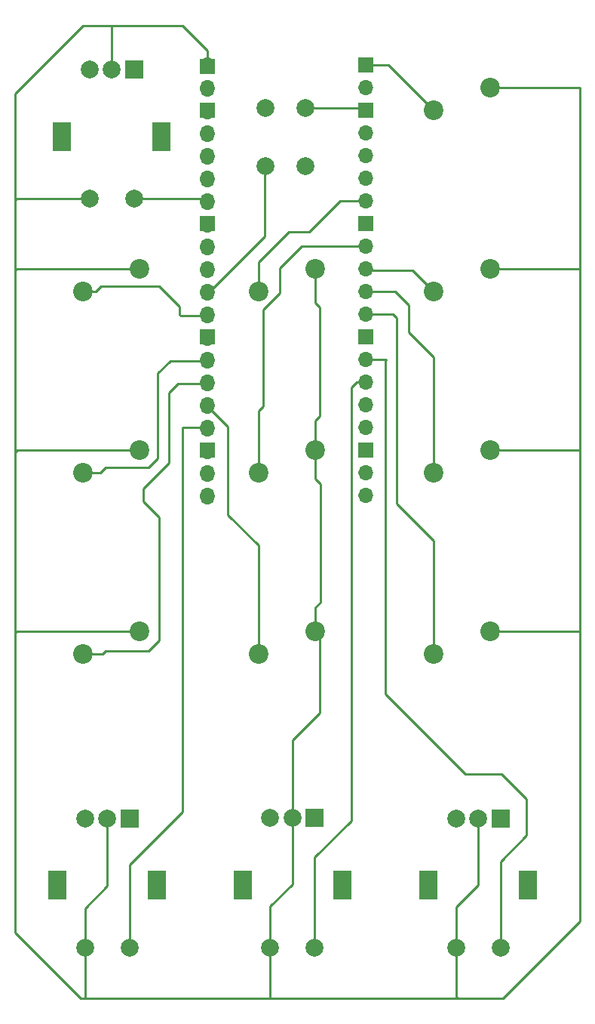
<source format=gbr>
%TF.GenerationSoftware,KiCad,Pcbnew,(5.1.10)-1*%
%TF.CreationDate,2022-09-07T09:40:49-04:00*%
%TF.ProjectId,BlenderMacroBoardPCB,426c656e-6465-4724-9d61-63726f426f61,rev?*%
%TF.SameCoordinates,Original*%
%TF.FileFunction,Copper,L1,Top*%
%TF.FilePolarity,Positive*%
%FSLAX46Y46*%
G04 Gerber Fmt 4.6, Leading zero omitted, Abs format (unit mm)*
G04 Created by KiCad (PCBNEW (5.1.10)-1) date 2022-09-07 09:40:49*
%MOMM*%
%LPD*%
G01*
G04 APERTURE LIST*
%TA.AperFunction,ComponentPad*%
%ADD10C,2.000000*%
%TD*%
%TA.AperFunction,ComponentPad*%
%ADD11O,1.700000X1.700000*%
%TD*%
%TA.AperFunction,ComponentPad*%
%ADD12R,1.700000X1.700000*%
%TD*%
%TA.AperFunction,ComponentPad*%
%ADD13C,2.200000*%
%TD*%
%TA.AperFunction,ComponentPad*%
%ADD14R,2.000000X2.000000*%
%TD*%
%TA.AperFunction,ComponentPad*%
%ADD15R,2.000000X3.200000*%
%TD*%
%TA.AperFunction,Conductor*%
%ADD16C,0.250000*%
%TD*%
G04 APERTURE END LIST*
D10*
%TO.P,Reset,1*%
%TO.N,N/C*%
X147447000Y-49888000D03*
%TO.P,Reset,2*%
X151947000Y-49888000D03*
%TO.P,Reset,1*%
X147447000Y-56388000D03*
%TO.P,Reset,2*%
X151947000Y-56388000D03*
%TD*%
D11*
%TO.P,Pico,40*%
%TO.N,N/C*%
X140970000Y-45085000D03*
%TO.P,Pico,39*%
X140970000Y-47625000D03*
D12*
%TO.P,Pico,38*%
X140970000Y-50165000D03*
D11*
%TO.P,Pico,37*%
X140970000Y-52705000D03*
%TO.P,Pico,36*%
X140970000Y-55245000D03*
%TO.P,Pico,35*%
X140970000Y-57785000D03*
%TO.P,Pico,34*%
X140970000Y-60325000D03*
D12*
%TO.P,Pico,33*%
X140970000Y-62865000D03*
D11*
%TO.P,Pico,32*%
X140970000Y-65405000D03*
%TO.P,Pico,31*%
X140970000Y-67945000D03*
%TO.P,Pico,30*%
X140970000Y-70485000D03*
%TO.P,Pico,29*%
X140970000Y-73025000D03*
D12*
%TO.P,Pico,28*%
X140970000Y-75565000D03*
D11*
%TO.P,Pico,27*%
X140970000Y-78105000D03*
%TO.P,Pico,26*%
X140970000Y-80645000D03*
%TO.P,Pico,25*%
X140970000Y-83185000D03*
%TO.P,Pico,24*%
X140970000Y-85725000D03*
D12*
%TO.P,Pico,23*%
X140970000Y-88265000D03*
D11*
%TO.P,Pico,22*%
X140970000Y-90805000D03*
%TO.P,Pico,21*%
X140970000Y-93345000D03*
%TO.P,Pico,20*%
X158750000Y-93345000D03*
%TO.P,Pico,19*%
X158750000Y-90805000D03*
D12*
%TO.P,Pico,18*%
X158750000Y-88265000D03*
D11*
%TO.P,Pico,17*%
X158750000Y-85725000D03*
%TO.P,Pico,16*%
X158750000Y-83185000D03*
%TO.P,Pico,15*%
X158750000Y-80645000D03*
%TO.P,Pico,14*%
X158750000Y-78105000D03*
D12*
%TO.P,Pico,13*%
X158750000Y-75565000D03*
D11*
%TO.P,Pico,12*%
X158750000Y-73025000D03*
%TO.P,Pico,11*%
X158750000Y-70485000D03*
%TO.P,Pico,10*%
X158750000Y-67945000D03*
%TO.P,Pico,9*%
X158750000Y-65405000D03*
D12*
%TO.P,Pico,8*%
X158750000Y-62865000D03*
D11*
%TO.P,Pico,7*%
X158750000Y-60325000D03*
%TO.P,Pico,6*%
X158750000Y-57785000D03*
%TO.P,Pico,5*%
X158750000Y-55245000D03*
%TO.P,Pico,4*%
X158750000Y-52705000D03*
D12*
%TO.P,Pico,3*%
X158750000Y-50165000D03*
D11*
%TO.P,Pico,2*%
X158750000Y-47625000D03*
%TO.P,Pico,1*%
X158750000Y-45085000D03*
%TD*%
D13*
%TO.P,Button9,2*%
%TO.N,N/C*%
X166370000Y-111125000D03*
%TO.P,Button9,1*%
X172720000Y-108585000D03*
%TD*%
D11*
%TO.P,Pin Header,20*%
%TO.N,N/C*%
X140970000Y-93472000D03*
%TO.P,Pin Header,19*%
X140970000Y-90932000D03*
%TO.P,Pin Header,18*%
X140970000Y-88392000D03*
%TO.P,Pin Header,17*%
X140970000Y-85852000D03*
%TO.P,Pin Header,16*%
X140970000Y-83312000D03*
%TO.P,Pin Header,15*%
X140970000Y-80772000D03*
%TO.P,Pin Header,14*%
X140970000Y-78232000D03*
%TO.P,Pin Header,13*%
X140970000Y-75692000D03*
%TO.P,Pin Header,12*%
X140970000Y-73152000D03*
%TO.P,Pin Header,11*%
X140970000Y-70612000D03*
%TO.P,Pin Header,10*%
X140970000Y-68072000D03*
%TO.P,Pin Header,9*%
X140970000Y-65532000D03*
%TO.P,Pin Header,8*%
X140970000Y-62992000D03*
%TO.P,Pin Header,7*%
X140970000Y-60452000D03*
%TO.P,Pin Header,6*%
X140970000Y-57912000D03*
%TO.P,Pin Header,5*%
X140970000Y-55372000D03*
%TO.P,Pin Header,4*%
X140970000Y-52832000D03*
%TO.P,Pin Header,3*%
X140970000Y-50292000D03*
%TO.P,Pin Header,2*%
X140970000Y-47752000D03*
D12*
%TO.P,Pin Header,1*%
X140970000Y-45212000D03*
%TD*%
D13*
%TO.P,Button3,2*%
%TO.N,N/C*%
X166370000Y-70485000D03*
%TO.P,Button3,1*%
X172720000Y-67945000D03*
%TD*%
%TO.P,Button6,1*%
%TO.N,N/C*%
X172720000Y-88265000D03*
%TO.P,Button6,2*%
X166370000Y-90805000D03*
%TD*%
D12*
%TO.P,Pin Header,1*%
%TO.N,N/C*%
X158750000Y-45085000D03*
D11*
%TO.P,Pin Header,2*%
X158750000Y-47625000D03*
%TO.P,Pin Header,3*%
X158750000Y-50165000D03*
%TO.P,Pin Header,4*%
X158750000Y-52705000D03*
%TO.P,Pin Header,5*%
X158750000Y-55245000D03*
%TO.P,Pin Header,6*%
X158750000Y-57785000D03*
%TO.P,Pin Header,7*%
X158750000Y-60325000D03*
%TO.P,Pin Header,8*%
X158750000Y-62865000D03*
%TO.P,Pin Header,9*%
X158750000Y-65405000D03*
%TO.P,Pin Header,10*%
X158750000Y-67945000D03*
%TO.P,Pin Header,11*%
X158750000Y-70485000D03*
%TO.P,Pin Header,12*%
X158750000Y-73025000D03*
%TO.P,Pin Header,13*%
X158750000Y-75565000D03*
%TO.P,Pin Header,14*%
X158750000Y-78105000D03*
%TO.P,Pin Header,15*%
X158750000Y-80645000D03*
%TO.P,Pin Header,16*%
X158750000Y-83185000D03*
%TO.P,Pin Header,17*%
X158750000Y-85725000D03*
%TO.P,Pin Header,18*%
X158750000Y-88265000D03*
%TO.P,Pin Header,19*%
X158750000Y-90805000D03*
%TO.P,Pin Header,20*%
X158750000Y-93345000D03*
%TD*%
D13*
%TO.P,Button0,1*%
%TO.N,N/C*%
X172720000Y-47625000D03*
%TO.P,Button0,2*%
X166370000Y-50165000D03*
%TD*%
%TO.P,Button4,2*%
%TO.N,N/C*%
X127000000Y-90805000D03*
%TO.P,Button4,1*%
X133350000Y-88265000D03*
%TD*%
%TO.P,Button1,2*%
%TO.N,N/C*%
X127000000Y-70485000D03*
%TO.P,Button1,1*%
X133350000Y-67945000D03*
%TD*%
%TO.P,Button5,2*%
%TO.N,N/C*%
X146685000Y-90805000D03*
%TO.P,Button5,1*%
X153035000Y-88265000D03*
%TD*%
D14*
%TO.P,Rotary 0,A*%
%TO.N,N/C*%
X132715000Y-45593000D03*
D10*
%TO.P,Rotary 0,C*%
X130215000Y-45593000D03*
%TO.P,Rotary 0,B*%
X127715000Y-45593000D03*
D15*
%TO.P,Rotary 0,MP*%
X135815000Y-53093000D03*
X124615000Y-53093000D03*
D10*
%TO.P,Rotary 0,S2*%
X132715000Y-60093000D03*
%TO.P,Rotary 0,S1*%
X127715000Y-60093000D03*
%TD*%
D13*
%TO.P,Button2,1*%
%TO.N,N/C*%
X153035000Y-67945000D03*
%TO.P,Button2,2*%
X146685000Y-70485000D03*
%TD*%
D14*
%TO.P,Rotary 1,A*%
%TO.N,N/C*%
X132207000Y-129540000D03*
D10*
%TO.P,Rotary 1,C*%
X129707000Y-129540000D03*
%TO.P,Rotary 1,B*%
X127207000Y-129540000D03*
D15*
%TO.P,Rotary 1,MP*%
X135307000Y-137040000D03*
X124107000Y-137040000D03*
D10*
%TO.P,Rotary 1,S2*%
X132207000Y-144040000D03*
%TO.P,Rotary 1,S1*%
X127207000Y-144040000D03*
%TD*%
D14*
%TO.P,Rotary 3,A*%
%TO.N,N/C*%
X173863000Y-129540000D03*
D10*
%TO.P,Rotary 3,C*%
X171363000Y-129540000D03*
%TO.P,Rotary 3,B*%
X168863000Y-129540000D03*
D15*
%TO.P,Rotary 3,MP*%
X176963000Y-137040000D03*
X165763000Y-137040000D03*
D10*
%TO.P,Rotary 3,S2*%
X173863000Y-144040000D03*
%TO.P,Rotary 3,S1*%
X168863000Y-144040000D03*
%TD*%
D13*
%TO.P,Button7,2*%
%TO.N,N/C*%
X127000000Y-111125000D03*
%TO.P,Button7,1*%
X133350000Y-108585000D03*
%TD*%
%TO.P,Button8,1*%
%TO.N,N/C*%
X153035000Y-108585000D03*
%TO.P,Button8,2*%
X146685000Y-111125000D03*
%TD*%
D10*
%TO.P,Rotary 2,S1*%
%TO.N,N/C*%
X147993082Y-144016945D03*
%TO.P,Rotary 2,S2*%
X152993082Y-144016945D03*
D15*
%TO.P,Rotary 2,MP*%
X144893082Y-137016945D03*
X156093082Y-137016945D03*
D10*
%TO.P,Rotary 2,B*%
X147993082Y-129516945D03*
%TO.P,Rotary 2,C*%
X150493082Y-129516945D03*
D14*
%TO.P,Rotary 2,A*%
X152993082Y-129516945D03*
%TD*%
D16*
%TO.N,*%
X140970000Y-43434000D02*
X138176000Y-40640000D01*
X140970000Y-45212000D02*
X140970000Y-43434000D01*
X172720000Y-67945000D02*
X182753000Y-67945000D01*
X172720000Y-88265000D02*
X182753000Y-88265000D01*
X182753000Y-88265000D02*
X182753000Y-67945000D01*
X182626000Y-108585000D02*
X182753000Y-108458000D01*
X172720000Y-108585000D02*
X182626000Y-108585000D01*
X182753000Y-108458000D02*
X182753000Y-88265000D01*
X168863000Y-149559000D02*
X169037000Y-149733000D01*
X168863000Y-144040000D02*
X168863000Y-149559000D01*
X147993082Y-149694918D02*
X147955000Y-149733000D01*
X147993082Y-144016945D02*
X147993082Y-149694918D01*
X147955000Y-149733000D02*
X169037000Y-149733000D01*
X127207000Y-149686000D02*
X127254000Y-149733000D01*
X127207000Y-144040000D02*
X127207000Y-149686000D01*
X119507000Y-108585000D02*
X119380000Y-108712000D01*
X133350000Y-108585000D02*
X119507000Y-108585000D01*
X119634000Y-88265000D02*
X119380000Y-88519000D01*
X133350000Y-88265000D02*
X119634000Y-88265000D01*
X119380000Y-88519000D02*
X119380000Y-108712000D01*
X119507000Y-67945000D02*
X119380000Y-68072000D01*
X133350000Y-67945000D02*
X119507000Y-67945000D01*
X119380000Y-68072000D02*
X119380000Y-88519000D01*
X119380000Y-60452000D02*
X119380000Y-68072000D01*
X153035000Y-67945000D02*
X153035000Y-71755000D01*
X153035000Y-71755000D02*
X153543000Y-72263000D01*
X153543000Y-72263000D02*
X153543000Y-84455000D01*
X153035000Y-84963000D02*
X153035000Y-88265000D01*
X153543000Y-84455000D02*
X153035000Y-84963000D01*
X153035000Y-88265000D02*
X153035000Y-91440000D01*
X153035000Y-91440000D02*
X153670000Y-92075000D01*
X153670000Y-92075000D02*
X153670000Y-105283000D01*
X153035000Y-105918000D02*
X153035000Y-108585000D01*
X153670000Y-105283000D02*
X153035000Y-105918000D01*
X127207000Y-144040000D02*
X127207000Y-139620000D01*
X129707000Y-137120000D02*
X129707000Y-129540000D01*
X127207000Y-139620000D02*
X129707000Y-137120000D01*
X147993082Y-144016945D02*
X147993082Y-139407918D01*
X150493082Y-136907918D02*
X150493082Y-129516945D01*
X147993082Y-139407918D02*
X150493082Y-136907918D01*
X168863000Y-144040000D02*
X168863000Y-139493000D01*
X171363000Y-136993000D02*
X171363000Y-129540000D01*
X168863000Y-139493000D02*
X171363000Y-136993000D01*
X161290000Y-45085000D02*
X166370000Y-50165000D01*
X158750000Y-45085000D02*
X161290000Y-45085000D01*
X153543000Y-109093000D02*
X153035000Y-108585000D01*
X150493082Y-120778918D02*
X153543000Y-117729000D01*
X153543000Y-117729000D02*
X153543000Y-109093000D01*
X150493082Y-129516945D02*
X150493082Y-120778918D01*
X130215000Y-40727000D02*
X130302000Y-40640000D01*
X130215000Y-45593000D02*
X130215000Y-40727000D01*
X138176000Y-40640000D02*
X130302000Y-40640000D01*
X140611000Y-60093000D02*
X140970000Y-60452000D01*
X132715000Y-60093000D02*
X140611000Y-60093000D01*
X127000000Y-70485000D02*
X128397000Y-70485000D01*
X128397000Y-70485000D02*
X129032000Y-69850000D01*
X129032000Y-69850000D02*
X135509000Y-69850000D01*
X135509000Y-69850000D02*
X137795000Y-72136000D01*
X137795000Y-72136000D02*
X137795000Y-73025000D01*
X137922000Y-73152000D02*
X140970000Y-73152000D01*
X137795000Y-73025000D02*
X137922000Y-73152000D01*
X127000000Y-90805000D02*
X128905000Y-90805000D01*
X128905000Y-90805000D02*
X129540000Y-90170000D01*
X129540000Y-90170000D02*
X134366000Y-90170000D01*
X134366000Y-90170000D02*
X135382000Y-89154000D01*
X135382000Y-89154000D02*
X135382000Y-79629000D01*
X136779000Y-78232000D02*
X140970000Y-78232000D01*
X135382000Y-79629000D02*
X136779000Y-78232000D01*
X143256000Y-85598000D02*
X140970000Y-83312000D01*
X143256000Y-95504000D02*
X143256000Y-85598000D01*
X146685000Y-98933000D02*
X143256000Y-95504000D01*
X146685000Y-111125000D02*
X146685000Y-98933000D01*
X136652000Y-81788000D02*
X137668000Y-80772000D01*
X136652000Y-89662000D02*
X136652000Y-81788000D01*
X133731000Y-92583000D02*
X136652000Y-89662000D01*
X133731000Y-93980000D02*
X133731000Y-92583000D01*
X135509000Y-95758000D02*
X133731000Y-93980000D01*
X135509000Y-109601000D02*
X135509000Y-95758000D01*
X134366000Y-110744000D02*
X135509000Y-109601000D01*
X137668000Y-80772000D02*
X140970000Y-80772000D01*
X129540000Y-110744000D02*
X134366000Y-110744000D01*
X129159000Y-111125000D02*
X129540000Y-110744000D01*
X127000000Y-111125000D02*
X129159000Y-111125000D01*
X141224000Y-70485000D02*
X147400000Y-64309000D01*
X140970000Y-70485000D02*
X141224000Y-70485000D01*
X158750000Y-57785000D02*
X158750000Y-57912000D01*
X166370000Y-77851000D02*
X163576000Y-75057000D01*
X166370000Y-90805000D02*
X166370000Y-77851000D01*
X127254000Y-149733000D02*
X147955000Y-149733000D01*
X126746000Y-149733000D02*
X127254000Y-149733000D01*
X119380000Y-142367000D02*
X126746000Y-149733000D01*
X119380000Y-108712000D02*
X119380000Y-142367000D01*
X182753000Y-141097000D02*
X182753000Y-108458000D01*
X174117000Y-149733000D02*
X182753000Y-141097000D01*
X169037000Y-149733000D02*
X174117000Y-149733000D01*
X182753000Y-47625000D02*
X172720000Y-47625000D01*
X182753000Y-67945000D02*
X182753000Y-47625000D01*
X119380000Y-48260000D02*
X119380000Y-60452000D01*
X127000000Y-40640000D02*
X119380000Y-48260000D01*
X130302000Y-40640000D02*
X127000000Y-40640000D01*
X119485000Y-60093000D02*
X119380000Y-60198000D01*
X127715000Y-60093000D02*
X119485000Y-60093000D01*
X163576000Y-72136000D02*
X163576000Y-72009000D01*
X163576000Y-75057000D02*
X163576000Y-72136000D01*
X162052000Y-70485000D02*
X158750000Y-70485000D01*
X163576000Y-72009000D02*
X162052000Y-70485000D01*
X166370000Y-70485000D02*
X163957000Y-68072000D01*
X158877000Y-68072000D02*
X158750000Y-67945000D01*
X163957000Y-68072000D02*
X158877000Y-68072000D01*
X157099000Y-129794000D02*
X152993082Y-133899918D01*
X157099000Y-81216500D02*
X157099000Y-129794000D01*
X157670500Y-80645000D02*
X157099000Y-81216500D01*
X152993082Y-133899918D02*
X152993082Y-144016945D01*
X158750000Y-80645000D02*
X157670500Y-80645000D01*
X176784000Y-131445000D02*
X173863000Y-134366000D01*
X176784000Y-127381000D02*
X176784000Y-131445000D01*
X173990000Y-124587000D02*
X176784000Y-127381000D01*
X160909000Y-115570000D02*
X169926000Y-124587000D01*
X173863000Y-134366000D02*
X173863000Y-144040000D01*
X169926000Y-124587000D02*
X173990000Y-124587000D01*
X160909000Y-78232000D02*
X160909000Y-115570000D01*
X161036000Y-78105000D02*
X160909000Y-78232000D01*
X158750000Y-78105000D02*
X161036000Y-78105000D01*
X166370000Y-98425000D02*
X166370000Y-111125000D01*
X162179000Y-94234000D02*
X166370000Y-98425000D01*
X162179000Y-73406000D02*
X162179000Y-94234000D01*
X161798000Y-73025000D02*
X162179000Y-73406000D01*
X158750000Y-73025000D02*
X161798000Y-73025000D01*
X152400000Y-63754000D02*
X155829000Y-60325000D01*
X150114000Y-63754000D02*
X152400000Y-63754000D01*
X146685000Y-67183000D02*
X150114000Y-63754000D01*
X155829000Y-60325000D02*
X158750000Y-60325000D01*
X146685000Y-70485000D02*
X146685000Y-67183000D01*
X146685000Y-83820000D02*
X146685000Y-90805000D01*
X147193000Y-83312000D02*
X146685000Y-83820000D01*
X147193000Y-72517000D02*
X147193000Y-83312000D01*
X149098000Y-70612000D02*
X147193000Y-72517000D01*
X149098000Y-67818000D02*
X149098000Y-70612000D01*
X151511000Y-65405000D02*
X149098000Y-67818000D01*
X158750000Y-65405000D02*
X151511000Y-65405000D01*
X138176000Y-128778000D02*
X138176000Y-85725000D01*
X138176000Y-85725000D02*
X140970000Y-85725000D01*
X132207000Y-134747000D02*
X138176000Y-128778000D01*
X132207000Y-144040000D02*
X132207000Y-134747000D01*
X158473000Y-49888000D02*
X158750000Y-50165000D01*
X151947000Y-49888000D02*
X158473000Y-49888000D01*
X147400000Y-56435000D02*
X147447000Y-56388000D01*
X147400000Y-64309000D02*
X147400000Y-56435000D01*
%TD*%
M02*

</source>
